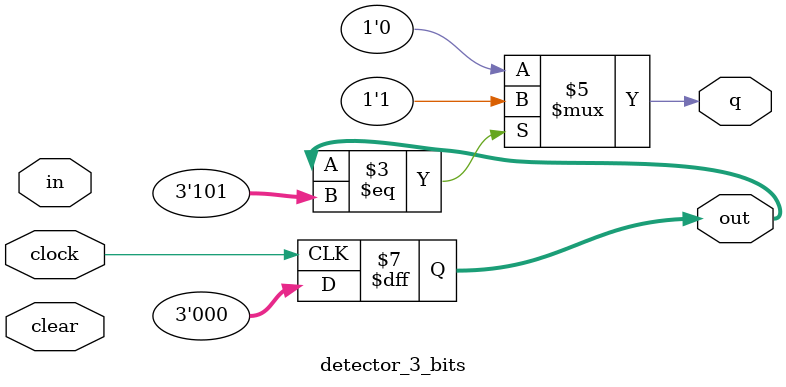
<source format=v>
module detector_3_bits (clock, clear, in, out, q);
  input clock, clear, in;
  output [2:0] out;
  output q;
  reg q;
  reg [2:0] out;

  always @ (posedge clock) begin
    if (clock) begin
      out = 3'd0;
    end else begin
      out[2] = out[1];
      out[1] = out[0];
      out[0] = in;
    end
  end

  always @ (out) begin
    if (out == 3'b101) begin
      q = 1;
    end else begin
      q = 0;
    end
  end

endmodule // detector_3_bits

</source>
